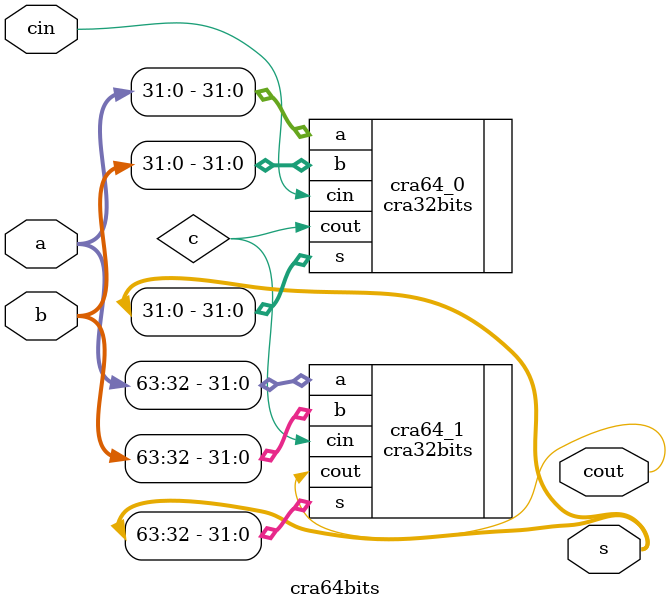
<source format=v>


// Unless required by applicable law or agreed to in writing, software
// distributed under the License is distributed on an "AS IS" BASIS,
// WITHOUT WARRANTIES OR CONDITIONS OF ANY KIND, either express or implied.
// See the License for the specific language governing permissions and
// limitations under the License.
//
//-----------------------------------------------------
// Design Name : cra64bits
// File Name   : cra64bits.v
// Function    : Carry Ripple Adder to 64 bits 
// Coder       : Jucemar Monteiro
//-----------------------------------------------------

module cra64bits (cin,a,b,s,cout);
	parameter n = 64;
	parameter m = 32;
	input  cin;	
	input  [n-1:0] a;
	input  [n-1:0] b;
	output  [n-1:0] s;
	output  cout;
	
	wire c;

	cra32bits cra64_0 (.cin(cin),.a(a[m-1:0]),.b(b[m-1:0]),.s(s[m-1:0]),.cout(c));
	cra32bits cra64_1 (.cin(c),.a(a[n-1:m]),.b(b[n-1:m]),.s(s[n-1:m]),.cout(cout));
endmodule

</source>
